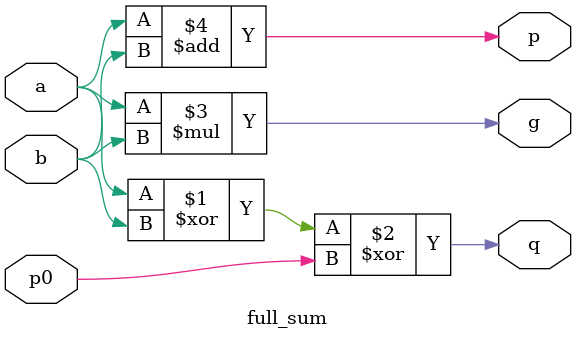
<source format=sv>
module full_sum (
    input  logic a, b, p0,
    output logic q,
    output logic g, p
);

assign q = (a ^ b) ^ p0;
assign g = a * b;
assign p = a + b;

endmodule
</source>
